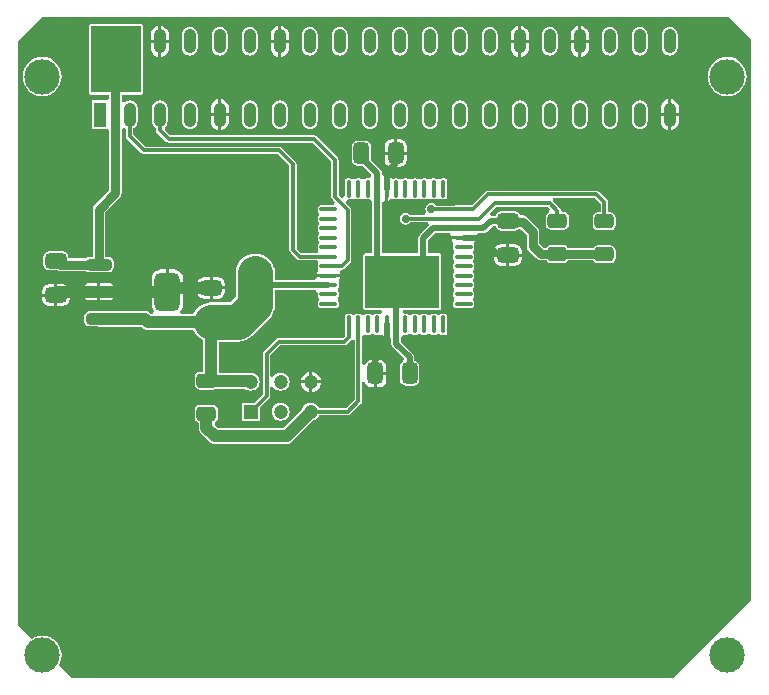
<source format=gtl>
G04*
G04 #@! TF.GenerationSoftware,Altium Limited,Altium Designer,18.0.12 (696)*
G04*
G04 Layer_Physical_Order=1*
G04 Layer_Color=255*
%FSAX25Y25*%
%MOIN*%
G70*
G01*
G75*
G04:AMPARAMS|DCode=37|XSize=37.4mil|YSize=84.65mil|CornerRadius=9.35mil|HoleSize=0mil|Usage=FLASHONLY|Rotation=90.000|XOffset=0mil|YOffset=0mil|HoleType=Round|Shape=RoundedRectangle|*
%AMROUNDEDRECTD37*
21,1,0.03740,0.06594,0,0,90.0*
21,1,0.01870,0.08465,0,0,90.0*
1,1,0.01870,0.03297,0.00935*
1,1,0.01870,0.03297,-0.00935*
1,1,0.01870,-0.03297,-0.00935*
1,1,0.01870,-0.03297,0.00935*
%
%ADD37ROUNDEDRECTD37*%
G04:AMPARAMS|DCode=38|XSize=127.95mil|YSize=84.65mil|CornerRadius=21.16mil|HoleSize=0mil|Usage=FLASHONLY|Rotation=90.000|XOffset=0mil|YOffset=0mil|HoleType=Round|Shape=RoundedRectangle|*
%AMROUNDEDRECTD38*
21,1,0.12795,0.04232,0,0,90.0*
21,1,0.08563,0.08465,0,0,90.0*
1,1,0.04232,0.02116,0.04282*
1,1,0.04232,0.02116,-0.04282*
1,1,0.04232,-0.02116,-0.04282*
1,1,0.04232,-0.02116,0.04282*
%
%ADD38ROUNDEDRECTD38*%
G04:AMPARAMS|DCode=39|XSize=70.87mil|YSize=51.18mil|CornerRadius=12.8mil|HoleSize=0mil|Usage=FLASHONLY|Rotation=270.000|XOffset=0mil|YOffset=0mil|HoleType=Round|Shape=RoundedRectangle|*
%AMROUNDEDRECTD39*
21,1,0.07087,0.02559,0,0,270.0*
21,1,0.04528,0.05118,0,0,270.0*
1,1,0.02559,-0.01280,-0.02264*
1,1,0.02559,-0.01280,0.02264*
1,1,0.02559,0.01280,0.02264*
1,1,0.02559,0.01280,-0.02264*
%
%ADD39ROUNDEDRECTD39*%
G04:AMPARAMS|DCode=40|XSize=15.75mil|YSize=58mil|CornerRadius=3.94mil|HoleSize=0mil|Usage=FLASHONLY|Rotation=90.000|XOffset=0mil|YOffset=0mil|HoleType=Round|Shape=RoundedRectangle|*
%AMROUNDEDRECTD40*
21,1,0.01575,0.05013,0,0,90.0*
21,1,0.00787,0.05800,0,0,90.0*
1,1,0.00787,0.02506,0.00394*
1,1,0.00787,0.02506,-0.00394*
1,1,0.00787,-0.02506,-0.00394*
1,1,0.00787,-0.02506,0.00394*
%
%ADD40ROUNDEDRECTD40*%
G04:AMPARAMS|DCode=41|XSize=15.75mil|YSize=58mil|CornerRadius=3.94mil|HoleSize=0mil|Usage=FLASHONLY|Rotation=0.000|XOffset=0mil|YOffset=0mil|HoleType=Round|Shape=RoundedRectangle|*
%AMROUNDEDRECTD41*
21,1,0.01575,0.05013,0,0,0.0*
21,1,0.00787,0.05800,0,0,0.0*
1,1,0.00787,0.00394,-0.02506*
1,1,0.00787,-0.00394,-0.02506*
1,1,0.00787,-0.00394,0.02506*
1,1,0.00787,0.00394,0.02506*
%
%ADD41ROUNDEDRECTD41*%
G04:AMPARAMS|DCode=42|XSize=64.96mil|YSize=47.24mil|CornerRadius=11.81mil|HoleSize=0mil|Usage=FLASHONLY|Rotation=0.000|XOffset=0mil|YOffset=0mil|HoleType=Round|Shape=RoundedRectangle|*
%AMROUNDEDRECTD42*
21,1,0.06496,0.02362,0,0,0.0*
21,1,0.04134,0.04724,0,0,0.0*
1,1,0.02362,0.02067,-0.01181*
1,1,0.02362,-0.02067,-0.01181*
1,1,0.02362,-0.02067,0.01181*
1,1,0.02362,0.02067,0.01181*
%
%ADD42ROUNDEDRECTD42*%
G04:AMPARAMS|DCode=43|XSize=70.87mil|YSize=51.18mil|CornerRadius=12.8mil|HoleSize=0mil|Usage=FLASHONLY|Rotation=0.000|XOffset=0mil|YOffset=0mil|HoleType=Round|Shape=RoundedRectangle|*
%AMROUNDEDRECTD43*
21,1,0.07087,0.02559,0,0,0.0*
21,1,0.04528,0.05118,0,0,0.0*
1,1,0.02559,0.02264,-0.01280*
1,1,0.02559,-0.02264,-0.01280*
1,1,0.02559,-0.02264,0.01280*
1,1,0.02559,0.02264,0.01280*
%
%ADD43ROUNDEDRECTD43*%
%ADD44O,0.04016X0.08268*%
%ADD45R,0.04016X0.08268*%
%ADD46C,0.03937*%
%ADD47C,0.02953*%
%ADD48C,0.01181*%
%ADD49C,0.01968*%
%ADD50C,0.11811*%
%ADD51R,0.24749X0.17656*%
%ADD52R,0.16500X0.22400*%
%ADD53C,0.04724*%
%ADD54R,0.04724X0.04724*%
%ADD55C,0.11811*%
%ADD56C,0.02756*%
G36*
X0263800Y0222274D02*
Y0035000D01*
X0237800Y0009000D01*
X0037500D01*
X0033193Y0013307D01*
X0033680Y0014216D01*
X0034051Y0015442D01*
X0034177Y0016717D01*
X0034051Y0017993D01*
X0033680Y0019219D01*
X0033075Y0020349D01*
X0032263Y0021340D01*
X0031272Y0022153D01*
X0030142Y0022757D01*
X0028916Y0023129D01*
X0027640Y0023254D01*
X0026365Y0023129D01*
X0025139Y0022757D01*
X0024229Y0022271D01*
X0019700Y0026800D01*
Y0221600D01*
X0027700Y0229600D01*
X0256474D01*
X0263800Y0222274D01*
D02*
G37*
%LPC*%
G36*
X0107353Y0226437D02*
Y0221843D01*
X0109887D01*
Y0223469D01*
X0109783Y0224254D01*
X0109480Y0224986D01*
X0108998Y0225615D01*
X0108370Y0226097D01*
X0107638Y0226400D01*
X0107353Y0226437D01*
D02*
G37*
G36*
X0067353D02*
Y0221843D01*
X0069887D01*
Y0223469D01*
X0069783Y0224254D01*
X0069480Y0224986D01*
X0068998Y0225615D01*
X0068370Y0226097D01*
X0067638Y0226400D01*
X0067353Y0226437D01*
D02*
G37*
G36*
X0207353D02*
Y0221843D01*
X0209887D01*
Y0223469D01*
X0209783Y0224254D01*
X0209480Y0224986D01*
X0208998Y0225615D01*
X0208370Y0226097D01*
X0207638Y0226400D01*
X0207353Y0226437D01*
D02*
G37*
G36*
X0187353D02*
Y0221843D01*
X0189887D01*
Y0223469D01*
X0189783Y0224254D01*
X0189480Y0224986D01*
X0188998Y0225615D01*
X0188370Y0226097D01*
X0187638Y0226400D01*
X0187353Y0226437D01*
D02*
G37*
G36*
X0106353D02*
X0106068Y0226400D01*
X0105336Y0226097D01*
X0104708Y0225615D01*
X0104225Y0224986D01*
X0103922Y0224254D01*
X0103819Y0223469D01*
Y0221843D01*
X0106353D01*
Y0226437D01*
D02*
G37*
G36*
X0066353D02*
X0066068Y0226400D01*
X0065336Y0226097D01*
X0064707Y0225615D01*
X0064225Y0224986D01*
X0063922Y0224254D01*
X0063819Y0223469D01*
Y0221843D01*
X0066353D01*
Y0226437D01*
D02*
G37*
G36*
X0186353D02*
X0186068Y0226400D01*
X0185336Y0226097D01*
X0184707Y0225615D01*
X0184225Y0224986D01*
X0183922Y0224254D01*
X0183819Y0223469D01*
Y0221843D01*
X0186353D01*
Y0226437D01*
D02*
G37*
G36*
X0206353D02*
X0206067Y0226400D01*
X0205336Y0226097D01*
X0204708Y0225615D01*
X0204225Y0224986D01*
X0203922Y0224254D01*
X0203819Y0223469D01*
Y0221843D01*
X0206353D01*
Y0226437D01*
D02*
G37*
G36*
X0236853Y0226100D02*
X0236172Y0226010D01*
X0235538Y0225747D01*
X0234993Y0225329D01*
X0234575Y0224784D01*
X0234312Y0224150D01*
X0234222Y0223469D01*
Y0219217D01*
X0234312Y0218536D01*
X0234575Y0217902D01*
X0234993Y0217357D01*
X0235538Y0216939D01*
X0236172Y0216677D01*
X0236853Y0216587D01*
X0237534Y0216677D01*
X0238168Y0216939D01*
X0238713Y0217357D01*
X0239131Y0217902D01*
X0239393Y0218536D01*
X0239483Y0219217D01*
Y0223469D01*
X0239393Y0224150D01*
X0239131Y0224784D01*
X0238713Y0225329D01*
X0238168Y0225747D01*
X0237534Y0226010D01*
X0236853Y0226100D01*
D02*
G37*
G36*
X0226853D02*
X0226172Y0226010D01*
X0225538Y0225747D01*
X0224993Y0225329D01*
X0224575Y0224784D01*
X0224312Y0224150D01*
X0224222Y0223469D01*
Y0219217D01*
X0224312Y0218536D01*
X0224575Y0217902D01*
X0224993Y0217357D01*
X0225538Y0216939D01*
X0226172Y0216677D01*
X0226853Y0216587D01*
X0227534Y0216677D01*
X0228168Y0216939D01*
X0228713Y0217357D01*
X0229131Y0217902D01*
X0229394Y0218536D01*
X0229483Y0219217D01*
Y0223469D01*
X0229394Y0224150D01*
X0229131Y0224784D01*
X0228713Y0225329D01*
X0228168Y0225747D01*
X0227534Y0226010D01*
X0226853Y0226100D01*
D02*
G37*
G36*
X0216853D02*
X0216172Y0226010D01*
X0215538Y0225747D01*
X0214993Y0225329D01*
X0214575Y0224784D01*
X0214312Y0224150D01*
X0214222Y0223469D01*
Y0219217D01*
X0214312Y0218536D01*
X0214575Y0217902D01*
X0214993Y0217357D01*
X0215538Y0216939D01*
X0216172Y0216677D01*
X0216853Y0216587D01*
X0217534Y0216677D01*
X0218168Y0216939D01*
X0218713Y0217357D01*
X0219131Y0217902D01*
X0219393Y0218536D01*
X0219483Y0219217D01*
Y0223469D01*
X0219393Y0224150D01*
X0219131Y0224784D01*
X0218713Y0225329D01*
X0218168Y0225747D01*
X0217534Y0226010D01*
X0216853Y0226100D01*
D02*
G37*
G36*
X0196853D02*
X0196172Y0226010D01*
X0195538Y0225747D01*
X0194993Y0225329D01*
X0194575Y0224784D01*
X0194312Y0224150D01*
X0194222Y0223469D01*
Y0219217D01*
X0194312Y0218536D01*
X0194575Y0217902D01*
X0194993Y0217357D01*
X0195538Y0216939D01*
X0196172Y0216677D01*
X0196853Y0216587D01*
X0197534Y0216677D01*
X0198168Y0216939D01*
X0198713Y0217357D01*
X0199131Y0217902D01*
X0199393Y0218536D01*
X0199483Y0219217D01*
Y0223469D01*
X0199393Y0224150D01*
X0199131Y0224784D01*
X0198713Y0225329D01*
X0198168Y0225747D01*
X0197534Y0226010D01*
X0196853Y0226100D01*
D02*
G37*
G36*
X0176853D02*
X0176172Y0226010D01*
X0175538Y0225747D01*
X0174993Y0225329D01*
X0174575Y0224784D01*
X0174312Y0224150D01*
X0174222Y0223469D01*
Y0219217D01*
X0174312Y0218536D01*
X0174575Y0217902D01*
X0174993Y0217357D01*
X0175538Y0216939D01*
X0176172Y0216677D01*
X0176853Y0216587D01*
X0177533Y0216677D01*
X0178168Y0216939D01*
X0178713Y0217357D01*
X0179131Y0217902D01*
X0179393Y0218536D01*
X0179483Y0219217D01*
Y0223469D01*
X0179393Y0224150D01*
X0179131Y0224784D01*
X0178713Y0225329D01*
X0178168Y0225747D01*
X0177533Y0226010D01*
X0176853Y0226100D01*
D02*
G37*
G36*
X0166853D02*
X0166172Y0226010D01*
X0165538Y0225747D01*
X0164993Y0225329D01*
X0164575Y0224784D01*
X0164312Y0224150D01*
X0164222Y0223469D01*
Y0219217D01*
X0164312Y0218536D01*
X0164575Y0217902D01*
X0164993Y0217357D01*
X0165538Y0216939D01*
X0166172Y0216677D01*
X0166853Y0216587D01*
X0167534Y0216677D01*
X0168168Y0216939D01*
X0168713Y0217357D01*
X0169131Y0217902D01*
X0169394Y0218536D01*
X0169483Y0219217D01*
Y0223469D01*
X0169394Y0224150D01*
X0169131Y0224784D01*
X0168713Y0225329D01*
X0168168Y0225747D01*
X0167534Y0226010D01*
X0166853Y0226100D01*
D02*
G37*
G36*
X0156853D02*
X0156172Y0226010D01*
X0155538Y0225747D01*
X0154993Y0225329D01*
X0154575Y0224784D01*
X0154312Y0224150D01*
X0154222Y0223469D01*
Y0219217D01*
X0154312Y0218536D01*
X0154575Y0217902D01*
X0154993Y0217357D01*
X0155538Y0216939D01*
X0156172Y0216677D01*
X0156853Y0216587D01*
X0157534Y0216677D01*
X0158168Y0216939D01*
X0158713Y0217357D01*
X0159131Y0217902D01*
X0159394Y0218536D01*
X0159483Y0219217D01*
Y0223469D01*
X0159394Y0224150D01*
X0159131Y0224784D01*
X0158713Y0225329D01*
X0158168Y0225747D01*
X0157534Y0226010D01*
X0156853Y0226100D01*
D02*
G37*
G36*
X0146853D02*
X0146172Y0226010D01*
X0145538Y0225747D01*
X0144993Y0225329D01*
X0144575Y0224784D01*
X0144312Y0224150D01*
X0144222Y0223469D01*
Y0219217D01*
X0144312Y0218536D01*
X0144575Y0217902D01*
X0144993Y0217357D01*
X0145538Y0216939D01*
X0146172Y0216677D01*
X0146853Y0216587D01*
X0147534Y0216677D01*
X0148168Y0216939D01*
X0148713Y0217357D01*
X0149131Y0217902D01*
X0149393Y0218536D01*
X0149483Y0219217D01*
Y0223469D01*
X0149393Y0224150D01*
X0149131Y0224784D01*
X0148713Y0225329D01*
X0148168Y0225747D01*
X0147534Y0226010D01*
X0146853Y0226100D01*
D02*
G37*
G36*
X0136853D02*
X0136172Y0226010D01*
X0135538Y0225747D01*
X0134993Y0225329D01*
X0134575Y0224784D01*
X0134312Y0224150D01*
X0134222Y0223469D01*
Y0219217D01*
X0134312Y0218536D01*
X0134575Y0217902D01*
X0134993Y0217357D01*
X0135538Y0216939D01*
X0136172Y0216677D01*
X0136853Y0216587D01*
X0137533Y0216677D01*
X0138168Y0216939D01*
X0138713Y0217357D01*
X0139131Y0217902D01*
X0139393Y0218536D01*
X0139483Y0219217D01*
Y0223469D01*
X0139393Y0224150D01*
X0139131Y0224784D01*
X0138713Y0225329D01*
X0138168Y0225747D01*
X0137533Y0226010D01*
X0136853Y0226100D01*
D02*
G37*
G36*
X0126853D02*
X0126172Y0226010D01*
X0125538Y0225747D01*
X0124993Y0225329D01*
X0124575Y0224784D01*
X0124312Y0224150D01*
X0124222Y0223469D01*
Y0219217D01*
X0124312Y0218536D01*
X0124575Y0217902D01*
X0124993Y0217357D01*
X0125538Y0216939D01*
X0126172Y0216677D01*
X0126853Y0216587D01*
X0127533Y0216677D01*
X0128168Y0216939D01*
X0128713Y0217357D01*
X0129131Y0217902D01*
X0129393Y0218536D01*
X0129483Y0219217D01*
Y0223469D01*
X0129393Y0224150D01*
X0129131Y0224784D01*
X0128713Y0225329D01*
X0128168Y0225747D01*
X0127533Y0226010D01*
X0126853Y0226100D01*
D02*
G37*
G36*
X0116853D02*
X0116172Y0226010D01*
X0115538Y0225747D01*
X0114993Y0225329D01*
X0114575Y0224784D01*
X0114312Y0224150D01*
X0114222Y0223469D01*
Y0219217D01*
X0114312Y0218536D01*
X0114575Y0217902D01*
X0114993Y0217357D01*
X0115538Y0216939D01*
X0116172Y0216677D01*
X0116853Y0216587D01*
X0117534Y0216677D01*
X0118168Y0216939D01*
X0118713Y0217357D01*
X0119131Y0217902D01*
X0119394Y0218536D01*
X0119483Y0219217D01*
Y0223469D01*
X0119394Y0224150D01*
X0119131Y0224784D01*
X0118713Y0225329D01*
X0118168Y0225747D01*
X0117534Y0226010D01*
X0116853Y0226100D01*
D02*
G37*
G36*
X0096853D02*
X0096172Y0226010D01*
X0095538Y0225747D01*
X0094993Y0225329D01*
X0094575Y0224784D01*
X0094312Y0224150D01*
X0094222Y0223469D01*
Y0219217D01*
X0094312Y0218536D01*
X0094575Y0217902D01*
X0094993Y0217357D01*
X0095538Y0216939D01*
X0096172Y0216677D01*
X0096853Y0216587D01*
X0097534Y0216677D01*
X0098168Y0216939D01*
X0098713Y0217357D01*
X0099131Y0217902D01*
X0099393Y0218536D01*
X0099483Y0219217D01*
Y0223469D01*
X0099393Y0224150D01*
X0099131Y0224784D01*
X0098713Y0225329D01*
X0098168Y0225747D01*
X0097534Y0226010D01*
X0096853Y0226100D01*
D02*
G37*
G36*
X0086853D02*
X0086172Y0226010D01*
X0085538Y0225747D01*
X0084993Y0225329D01*
X0084575Y0224784D01*
X0084312Y0224150D01*
X0084222Y0223469D01*
Y0219217D01*
X0084312Y0218536D01*
X0084575Y0217902D01*
X0084993Y0217357D01*
X0085538Y0216939D01*
X0086172Y0216677D01*
X0086853Y0216587D01*
X0087534Y0216677D01*
X0088168Y0216939D01*
X0088713Y0217357D01*
X0089131Y0217902D01*
X0089394Y0218536D01*
X0089483Y0219217D01*
Y0223469D01*
X0089394Y0224150D01*
X0089131Y0224784D01*
X0088713Y0225329D01*
X0088168Y0225747D01*
X0087534Y0226010D01*
X0086853Y0226100D01*
D02*
G37*
G36*
X0076853D02*
X0076172Y0226010D01*
X0075538Y0225747D01*
X0074993Y0225329D01*
X0074575Y0224784D01*
X0074312Y0224150D01*
X0074222Y0223469D01*
Y0219217D01*
X0074312Y0218536D01*
X0074575Y0217902D01*
X0074993Y0217357D01*
X0075538Y0216939D01*
X0076172Y0216677D01*
X0076853Y0216587D01*
X0077534Y0216677D01*
X0078168Y0216939D01*
X0078713Y0217357D01*
X0079131Y0217902D01*
X0079394Y0218536D01*
X0079483Y0219217D01*
Y0223469D01*
X0079394Y0224150D01*
X0079131Y0224784D01*
X0078713Y0225329D01*
X0078168Y0225747D01*
X0077534Y0226010D01*
X0076853Y0226100D01*
D02*
G37*
G36*
X0209887Y0220843D02*
X0207353D01*
Y0216249D01*
X0207638Y0216287D01*
X0208370Y0216590D01*
X0208998Y0217072D01*
X0209480Y0217700D01*
X0209783Y0218432D01*
X0209887Y0219217D01*
Y0220843D01*
D02*
G37*
G36*
X0189887D02*
X0187353D01*
Y0216249D01*
X0187638Y0216287D01*
X0188370Y0216590D01*
X0188998Y0217072D01*
X0189480Y0217700D01*
X0189783Y0218432D01*
X0189887Y0219217D01*
Y0220843D01*
D02*
G37*
G36*
X0109887D02*
X0107353D01*
Y0216249D01*
X0107638Y0216287D01*
X0108370Y0216590D01*
X0108998Y0217072D01*
X0109480Y0217700D01*
X0109783Y0218432D01*
X0109887Y0219217D01*
Y0220843D01*
D02*
G37*
G36*
X0069887D02*
X0067353D01*
Y0216249D01*
X0067638Y0216287D01*
X0068370Y0216590D01*
X0068998Y0217072D01*
X0069480Y0217700D01*
X0069783Y0218432D01*
X0069887Y0219217D01*
Y0220843D01*
D02*
G37*
G36*
X0066353D02*
X0063819D01*
Y0219217D01*
X0063922Y0218432D01*
X0064225Y0217700D01*
X0064707Y0217072D01*
X0065336Y0216590D01*
X0066068Y0216287D01*
X0066353Y0216249D01*
Y0220843D01*
D02*
G37*
G36*
X0186353D02*
X0183819D01*
Y0219217D01*
X0183922Y0218432D01*
X0184225Y0217700D01*
X0184707Y0217072D01*
X0185336Y0216590D01*
X0186068Y0216287D01*
X0186353Y0216249D01*
Y0220843D01*
D02*
G37*
G36*
X0106353D02*
X0103819D01*
Y0219217D01*
X0103922Y0218432D01*
X0104225Y0217700D01*
X0104708Y0217072D01*
X0105336Y0216590D01*
X0106068Y0216287D01*
X0106353Y0216249D01*
Y0220843D01*
D02*
G37*
G36*
X0206353D02*
X0203819D01*
Y0219217D01*
X0203922Y0218432D01*
X0204225Y0217700D01*
X0204708Y0217072D01*
X0205336Y0216590D01*
X0206067Y0216287D01*
X0206353Y0216249D01*
Y0220843D01*
D02*
G37*
G36*
X0255987Y0216168D02*
X0254711Y0216042D01*
X0253485Y0215670D01*
X0252355Y0215066D01*
X0251364Y0214253D01*
X0250551Y0213263D01*
X0249947Y0212132D01*
X0249575Y0210906D01*
X0249450Y0209631D01*
X0249575Y0208355D01*
X0249947Y0207129D01*
X0250551Y0205999D01*
X0251364Y0205008D01*
X0252355Y0204195D01*
X0253485Y0203591D01*
X0254711Y0203219D01*
X0255987Y0203094D01*
X0257262Y0203219D01*
X0258488Y0203591D01*
X0259618Y0204195D01*
X0260609Y0205008D01*
X0261422Y0205999D01*
X0262026Y0207129D01*
X0262398Y0208355D01*
X0262524Y0209631D01*
X0262398Y0210906D01*
X0262026Y0212132D01*
X0261422Y0213263D01*
X0260609Y0214253D01*
X0259618Y0215066D01*
X0258488Y0215670D01*
X0257262Y0216042D01*
X0255987Y0216168D01*
D02*
G37*
G36*
X0027640D02*
X0026365Y0216042D01*
X0025139Y0215670D01*
X0024008Y0215066D01*
X0023018Y0214253D01*
X0022205Y0213263D01*
X0021601Y0212132D01*
X0021229Y0210906D01*
X0021103Y0209631D01*
X0021229Y0208355D01*
X0021601Y0207129D01*
X0022205Y0205999D01*
X0023018Y0205008D01*
X0024008Y0204195D01*
X0025139Y0203591D01*
X0026365Y0203219D01*
X0027640Y0203094D01*
X0028916Y0203219D01*
X0030142Y0203591D01*
X0031272Y0204195D01*
X0032263Y0205008D01*
X0033075Y0205999D01*
X0033680Y0207129D01*
X0034051Y0208355D01*
X0034177Y0209631D01*
X0034051Y0210906D01*
X0033680Y0212132D01*
X0033075Y0213263D01*
X0032263Y0214253D01*
X0031272Y0215066D01*
X0030142Y0215670D01*
X0028916Y0216042D01*
X0027640Y0216168D01*
D02*
G37*
G36*
X0237353Y0202028D02*
Y0197434D01*
X0239887D01*
Y0199060D01*
X0239783Y0199845D01*
X0239480Y0200577D01*
X0238998Y0201205D01*
X0238370Y0201687D01*
X0237638Y0201990D01*
X0237353Y0202028D01*
D02*
G37*
G36*
X0087353D02*
Y0197434D01*
X0089887D01*
Y0199060D01*
X0089783Y0199845D01*
X0089480Y0200577D01*
X0088998Y0201205D01*
X0088370Y0201687D01*
X0087638Y0201990D01*
X0087353Y0202028D01*
D02*
G37*
G36*
X0086353D02*
X0086068Y0201990D01*
X0085336Y0201687D01*
X0084707Y0201205D01*
X0084225Y0200577D01*
X0083922Y0199845D01*
X0083819Y0199060D01*
Y0197434D01*
X0086353D01*
Y0202028D01*
D02*
G37*
G36*
X0236353D02*
X0236068Y0201990D01*
X0235336Y0201687D01*
X0234707Y0201205D01*
X0234225Y0200577D01*
X0233922Y0199845D01*
X0233819Y0199060D01*
Y0197434D01*
X0236353D01*
Y0202028D01*
D02*
G37*
G36*
X0226853Y0201690D02*
X0226172Y0201601D01*
X0225538Y0201338D01*
X0224993Y0200920D01*
X0224575Y0200375D01*
X0224312Y0199741D01*
X0224222Y0199060D01*
Y0194808D01*
X0224312Y0194127D01*
X0224575Y0193493D01*
X0224993Y0192948D01*
X0225538Y0192530D01*
X0226172Y0192267D01*
X0226853Y0192177D01*
X0227534Y0192267D01*
X0228168Y0192530D01*
X0228713Y0192948D01*
X0229131Y0193493D01*
X0229394Y0194127D01*
X0229483Y0194808D01*
Y0199060D01*
X0229394Y0199741D01*
X0229131Y0200375D01*
X0228713Y0200920D01*
X0228168Y0201338D01*
X0227534Y0201601D01*
X0226853Y0201690D01*
D02*
G37*
G36*
X0216853D02*
X0216172Y0201601D01*
X0215538Y0201338D01*
X0214993Y0200920D01*
X0214575Y0200375D01*
X0214312Y0199741D01*
X0214222Y0199060D01*
Y0194808D01*
X0214312Y0194127D01*
X0214575Y0193493D01*
X0214993Y0192948D01*
X0215538Y0192530D01*
X0216172Y0192267D01*
X0216853Y0192177D01*
X0217534Y0192267D01*
X0218168Y0192530D01*
X0218713Y0192948D01*
X0219131Y0193493D01*
X0219393Y0194127D01*
X0219483Y0194808D01*
Y0199060D01*
X0219393Y0199741D01*
X0219131Y0200375D01*
X0218713Y0200920D01*
X0218168Y0201338D01*
X0217534Y0201601D01*
X0216853Y0201690D01*
D02*
G37*
G36*
X0206853D02*
X0206172Y0201601D01*
X0205538Y0201338D01*
X0204993Y0200920D01*
X0204575Y0200375D01*
X0204312Y0199741D01*
X0204222Y0199060D01*
Y0194808D01*
X0204312Y0194127D01*
X0204575Y0193493D01*
X0204993Y0192948D01*
X0205538Y0192530D01*
X0206172Y0192267D01*
X0206853Y0192177D01*
X0207534Y0192267D01*
X0208168Y0192530D01*
X0208713Y0192948D01*
X0209131Y0193493D01*
X0209394Y0194127D01*
X0209483Y0194808D01*
Y0199060D01*
X0209394Y0199741D01*
X0209131Y0200375D01*
X0208713Y0200920D01*
X0208168Y0201338D01*
X0207534Y0201601D01*
X0206853Y0201690D01*
D02*
G37*
G36*
X0196853D02*
X0196172Y0201601D01*
X0195538Y0201338D01*
X0194993Y0200920D01*
X0194575Y0200375D01*
X0194312Y0199741D01*
X0194222Y0199060D01*
Y0194808D01*
X0194312Y0194127D01*
X0194575Y0193493D01*
X0194993Y0192948D01*
X0195538Y0192530D01*
X0196172Y0192267D01*
X0196853Y0192177D01*
X0197534Y0192267D01*
X0198168Y0192530D01*
X0198713Y0192948D01*
X0199131Y0193493D01*
X0199393Y0194127D01*
X0199483Y0194808D01*
Y0199060D01*
X0199393Y0199741D01*
X0199131Y0200375D01*
X0198713Y0200920D01*
X0198168Y0201338D01*
X0197534Y0201601D01*
X0196853Y0201690D01*
D02*
G37*
G36*
X0186853D02*
X0186172Y0201601D01*
X0185538Y0201338D01*
X0184993Y0200920D01*
X0184575Y0200375D01*
X0184312Y0199741D01*
X0184222Y0199060D01*
Y0194808D01*
X0184312Y0194127D01*
X0184575Y0193493D01*
X0184993Y0192948D01*
X0185538Y0192530D01*
X0186172Y0192267D01*
X0186853Y0192177D01*
X0187533Y0192267D01*
X0188168Y0192530D01*
X0188713Y0192948D01*
X0189131Y0193493D01*
X0189393Y0194127D01*
X0189483Y0194808D01*
Y0199060D01*
X0189393Y0199741D01*
X0189131Y0200375D01*
X0188713Y0200920D01*
X0188168Y0201338D01*
X0187533Y0201601D01*
X0186853Y0201690D01*
D02*
G37*
G36*
X0176853D02*
X0176172Y0201601D01*
X0175538Y0201338D01*
X0174993Y0200920D01*
X0174575Y0200375D01*
X0174312Y0199741D01*
X0174222Y0199060D01*
Y0194808D01*
X0174312Y0194127D01*
X0174575Y0193493D01*
X0174993Y0192948D01*
X0175538Y0192530D01*
X0176172Y0192267D01*
X0176853Y0192177D01*
X0177533Y0192267D01*
X0178168Y0192530D01*
X0178713Y0192948D01*
X0179131Y0193493D01*
X0179393Y0194127D01*
X0179483Y0194808D01*
Y0199060D01*
X0179393Y0199741D01*
X0179131Y0200375D01*
X0178713Y0200920D01*
X0178168Y0201338D01*
X0177533Y0201601D01*
X0176853Y0201690D01*
D02*
G37*
G36*
X0166853D02*
X0166172Y0201601D01*
X0165538Y0201338D01*
X0164993Y0200920D01*
X0164575Y0200375D01*
X0164312Y0199741D01*
X0164222Y0199060D01*
Y0194808D01*
X0164312Y0194127D01*
X0164575Y0193493D01*
X0164993Y0192948D01*
X0165538Y0192530D01*
X0166172Y0192267D01*
X0166853Y0192177D01*
X0167534Y0192267D01*
X0168168Y0192530D01*
X0168713Y0192948D01*
X0169131Y0193493D01*
X0169394Y0194127D01*
X0169483Y0194808D01*
Y0199060D01*
X0169394Y0199741D01*
X0169131Y0200375D01*
X0168713Y0200920D01*
X0168168Y0201338D01*
X0167534Y0201601D01*
X0166853Y0201690D01*
D02*
G37*
G36*
X0156853D02*
X0156172Y0201601D01*
X0155538Y0201338D01*
X0154993Y0200920D01*
X0154575Y0200375D01*
X0154312Y0199741D01*
X0154222Y0199060D01*
Y0194808D01*
X0154312Y0194127D01*
X0154575Y0193493D01*
X0154993Y0192948D01*
X0155538Y0192530D01*
X0156172Y0192267D01*
X0156853Y0192177D01*
X0157534Y0192267D01*
X0158168Y0192530D01*
X0158713Y0192948D01*
X0159131Y0193493D01*
X0159394Y0194127D01*
X0159483Y0194808D01*
Y0199060D01*
X0159394Y0199741D01*
X0159131Y0200375D01*
X0158713Y0200920D01*
X0158168Y0201338D01*
X0157534Y0201601D01*
X0156853Y0201690D01*
D02*
G37*
G36*
X0146853D02*
X0146172Y0201601D01*
X0145538Y0201338D01*
X0144993Y0200920D01*
X0144575Y0200375D01*
X0144312Y0199741D01*
X0144222Y0199060D01*
Y0194808D01*
X0144312Y0194127D01*
X0144575Y0193493D01*
X0144993Y0192948D01*
X0145538Y0192530D01*
X0146172Y0192267D01*
X0146853Y0192177D01*
X0147534Y0192267D01*
X0148168Y0192530D01*
X0148713Y0192948D01*
X0149131Y0193493D01*
X0149393Y0194127D01*
X0149483Y0194808D01*
Y0199060D01*
X0149393Y0199741D01*
X0149131Y0200375D01*
X0148713Y0200920D01*
X0148168Y0201338D01*
X0147534Y0201601D01*
X0146853Y0201690D01*
D02*
G37*
G36*
X0136853D02*
X0136172Y0201601D01*
X0135538Y0201338D01*
X0134993Y0200920D01*
X0134575Y0200375D01*
X0134312Y0199741D01*
X0134222Y0199060D01*
Y0194808D01*
X0134312Y0194127D01*
X0134575Y0193493D01*
X0134993Y0192948D01*
X0135538Y0192530D01*
X0136172Y0192267D01*
X0136853Y0192177D01*
X0137533Y0192267D01*
X0138168Y0192530D01*
X0138713Y0192948D01*
X0139131Y0193493D01*
X0139393Y0194127D01*
X0139483Y0194808D01*
Y0199060D01*
X0139393Y0199741D01*
X0139131Y0200375D01*
X0138713Y0200920D01*
X0138168Y0201338D01*
X0137533Y0201601D01*
X0136853Y0201690D01*
D02*
G37*
G36*
X0126853D02*
X0126172Y0201601D01*
X0125538Y0201338D01*
X0124993Y0200920D01*
X0124575Y0200375D01*
X0124312Y0199741D01*
X0124222Y0199060D01*
Y0194808D01*
X0124312Y0194127D01*
X0124575Y0193493D01*
X0124993Y0192948D01*
X0125538Y0192530D01*
X0126172Y0192267D01*
X0126853Y0192177D01*
X0127533Y0192267D01*
X0128168Y0192530D01*
X0128713Y0192948D01*
X0129131Y0193493D01*
X0129393Y0194127D01*
X0129483Y0194808D01*
Y0199060D01*
X0129393Y0199741D01*
X0129131Y0200375D01*
X0128713Y0200920D01*
X0128168Y0201338D01*
X0127533Y0201601D01*
X0126853Y0201690D01*
D02*
G37*
G36*
X0116853D02*
X0116172Y0201601D01*
X0115538Y0201338D01*
X0114993Y0200920D01*
X0114575Y0200375D01*
X0114312Y0199741D01*
X0114222Y0199060D01*
Y0194808D01*
X0114312Y0194127D01*
X0114575Y0193493D01*
X0114993Y0192948D01*
X0115538Y0192530D01*
X0116172Y0192267D01*
X0116853Y0192177D01*
X0117534Y0192267D01*
X0118168Y0192530D01*
X0118713Y0192948D01*
X0119131Y0193493D01*
X0119394Y0194127D01*
X0119483Y0194808D01*
Y0199060D01*
X0119394Y0199741D01*
X0119131Y0200375D01*
X0118713Y0200920D01*
X0118168Y0201338D01*
X0117534Y0201601D01*
X0116853Y0201690D01*
D02*
G37*
G36*
X0106853D02*
X0106172Y0201601D01*
X0105538Y0201338D01*
X0104993Y0200920D01*
X0104575Y0200375D01*
X0104312Y0199741D01*
X0104222Y0199060D01*
Y0194808D01*
X0104312Y0194127D01*
X0104575Y0193493D01*
X0104993Y0192948D01*
X0105538Y0192530D01*
X0106172Y0192267D01*
X0106853Y0192177D01*
X0107534Y0192267D01*
X0108168Y0192530D01*
X0108713Y0192948D01*
X0109131Y0193493D01*
X0109394Y0194127D01*
X0109483Y0194808D01*
Y0199060D01*
X0109394Y0199741D01*
X0109131Y0200375D01*
X0108713Y0200920D01*
X0108168Y0201338D01*
X0107534Y0201601D01*
X0106853Y0201690D01*
D02*
G37*
G36*
X0096853D02*
X0096172Y0201601D01*
X0095538Y0201338D01*
X0094993Y0200920D01*
X0094575Y0200375D01*
X0094312Y0199741D01*
X0094222Y0199060D01*
Y0194808D01*
X0094312Y0194127D01*
X0094575Y0193493D01*
X0094993Y0192948D01*
X0095538Y0192530D01*
X0096172Y0192267D01*
X0096853Y0192177D01*
X0097534Y0192267D01*
X0098168Y0192530D01*
X0098713Y0192948D01*
X0099131Y0193493D01*
X0099393Y0194127D01*
X0099483Y0194808D01*
Y0199060D01*
X0099393Y0199741D01*
X0099131Y0200375D01*
X0098713Y0200920D01*
X0098168Y0201338D01*
X0097534Y0201601D01*
X0096853Y0201690D01*
D02*
G37*
G36*
X0076853D02*
X0076172Y0201601D01*
X0075538Y0201338D01*
X0074993Y0200920D01*
X0074575Y0200375D01*
X0074312Y0199741D01*
X0074222Y0199060D01*
Y0194808D01*
X0074312Y0194127D01*
X0074575Y0193493D01*
X0074993Y0192948D01*
X0075538Y0192530D01*
X0076172Y0192267D01*
X0076853Y0192177D01*
X0077534Y0192267D01*
X0078168Y0192530D01*
X0078713Y0192948D01*
X0079131Y0193493D01*
X0079394Y0194127D01*
X0079483Y0194808D01*
Y0199060D01*
X0079394Y0199741D01*
X0079131Y0200375D01*
X0078713Y0200920D01*
X0078168Y0201338D01*
X0077534Y0201601D01*
X0076853Y0201690D01*
D02*
G37*
G36*
X0089887Y0196434D02*
X0087353D01*
Y0191840D01*
X0087638Y0191877D01*
X0088370Y0192181D01*
X0088998Y0192663D01*
X0089480Y0193291D01*
X0089783Y0194023D01*
X0089887Y0194808D01*
Y0196434D01*
D02*
G37*
G36*
X0239887D02*
X0237353D01*
Y0191840D01*
X0237638Y0191877D01*
X0238370Y0192181D01*
X0238998Y0192663D01*
X0239480Y0193291D01*
X0239783Y0194023D01*
X0239887Y0194808D01*
Y0196434D01*
D02*
G37*
G36*
X0236353D02*
X0233819D01*
Y0194808D01*
X0233922Y0194023D01*
X0234225Y0193291D01*
X0234707Y0192663D01*
X0235336Y0192181D01*
X0236068Y0191877D01*
X0236353Y0191840D01*
Y0196434D01*
D02*
G37*
G36*
X0086353D02*
X0083819D01*
Y0194808D01*
X0083922Y0194023D01*
X0084225Y0193291D01*
X0084707Y0192663D01*
X0085336Y0192181D01*
X0086068Y0191877D01*
X0086353Y0191840D01*
Y0196434D01*
D02*
G37*
G36*
X0146788Y0188688D02*
X0146009D01*
Y0184600D01*
X0149112D01*
Y0186364D01*
X0148935Y0187253D01*
X0148432Y0188007D01*
X0147678Y0188511D01*
X0146788Y0188688D01*
D02*
G37*
G36*
X0145009D02*
X0144229D01*
X0143340Y0188511D01*
X0142586Y0188007D01*
X0142082Y0187253D01*
X0141905Y0186364D01*
Y0184600D01*
X0145009D01*
Y0188688D01*
D02*
G37*
G36*
X0149112Y0183600D02*
X0146009D01*
Y0179512D01*
X0146788D01*
X0147678Y0179689D01*
X0148432Y0180193D01*
X0148935Y0180947D01*
X0149112Y0181836D01*
Y0183600D01*
D02*
G37*
G36*
X0145009D02*
X0141905D01*
Y0181836D01*
X0142082Y0180947D01*
X0142586Y0180193D01*
X0143340Y0179689D01*
X0144229Y0179512D01*
X0145009D01*
Y0183600D01*
D02*
G37*
G36*
X0142950Y0176106D02*
Y0172200D01*
Y0168294D01*
X0143388Y0168381D01*
X0143849Y0168689D01*
X0144819Y0168758D01*
X0145206Y0168681D01*
X0145994D01*
X0146381Y0168758D01*
X0146563Y0168879D01*
X0146760Y0168977D01*
X0147589D01*
X0147787Y0168879D01*
X0147968Y0168758D01*
X0148356Y0168681D01*
X0149143D01*
X0149531Y0168758D01*
X0149712Y0168879D01*
X0149910Y0168977D01*
X0150739D01*
X0150936Y0168879D01*
X0151118Y0168758D01*
X0151505Y0168681D01*
X0152293D01*
X0152681Y0168758D01*
X0152862Y0168879D01*
X0153059Y0168977D01*
X0153888D01*
X0154086Y0168879D01*
X0154267Y0168758D01*
X0154655Y0168681D01*
X0155443D01*
X0155830Y0168758D01*
X0156012Y0168879D01*
X0156209Y0168977D01*
X0157038D01*
X0157236Y0168879D01*
X0157417Y0168758D01*
X0157805Y0168681D01*
X0158592D01*
X0158980Y0168758D01*
X0159161Y0168879D01*
X0159359Y0168977D01*
X0160188D01*
X0160385Y0168879D01*
X0160567Y0168758D01*
X0160954Y0168681D01*
X0161742D01*
X0162129Y0168758D01*
X0162458Y0168977D01*
X0162678Y0169306D01*
X0162755Y0169694D01*
Y0174706D01*
X0162678Y0175094D01*
X0162458Y0175423D01*
X0162129Y0175642D01*
X0161742Y0175719D01*
X0160954D01*
X0160567Y0175642D01*
X0160385Y0175521D01*
X0160188Y0175423D01*
X0159359D01*
X0159161Y0175521D01*
X0158980Y0175642D01*
X0158592Y0175719D01*
X0157805D01*
X0157417Y0175642D01*
X0157236Y0175521D01*
X0157038Y0175423D01*
X0156209D01*
X0156012Y0175521D01*
X0155830Y0175642D01*
X0155443Y0175719D01*
X0154655D01*
X0154267Y0175642D01*
X0154086Y0175521D01*
X0153888Y0175423D01*
X0153059D01*
X0152862Y0175521D01*
X0152681Y0175642D01*
X0152293Y0175719D01*
X0151505D01*
X0151118Y0175642D01*
X0150936Y0175521D01*
X0150739Y0175423D01*
X0149910D01*
X0149712Y0175521D01*
X0149531Y0175642D01*
X0149143Y0175719D01*
X0148356D01*
X0147968Y0175642D01*
X0147787Y0175521D01*
X0147589Y0175423D01*
X0146760D01*
X0146563Y0175521D01*
X0146381Y0175642D01*
X0145994Y0175719D01*
X0145206D01*
X0144819Y0175642D01*
X0143849Y0175711D01*
X0143388Y0176019D01*
X0142950Y0176106D01*
D02*
G37*
G36*
X0060500Y0227249D02*
X0044000D01*
X0043541Y0227059D01*
X0043351Y0226600D01*
Y0204200D01*
X0043541Y0203741D01*
X0044000Y0203551D01*
X0049883D01*
Y0202493D01*
X0049461Y0201668D01*
X0048883Y0201668D01*
X0044245D01*
Y0192200D01*
X0048883D01*
X0049461Y0192200D01*
X0049883Y0191375D01*
Y0171577D01*
X0045086Y0166780D01*
X0044627Y0166093D01*
X0044466Y0165283D01*
Y0149455D01*
X0043285D01*
X0042687Y0149336D01*
X0042292Y0149072D01*
X0036380D01*
Y0149488D01*
X0036234Y0150222D01*
X0035819Y0150843D01*
X0035197Y0151259D01*
X0034464Y0151405D01*
X0029936D01*
X0029203Y0151259D01*
X0028581Y0150843D01*
X0028166Y0150222D01*
X0028020Y0149488D01*
Y0146929D01*
X0028166Y0146196D01*
X0028581Y0145574D01*
X0029203Y0145159D01*
X0029936Y0145013D01*
X0032623D01*
X0032643Y0144999D01*
X0033454Y0144838D01*
X0042292D01*
X0042687Y0144574D01*
X0043285Y0144455D01*
X0049880D01*
X0050479Y0144574D01*
X0050987Y0144913D01*
X0051326Y0145421D01*
X0051445Y0146020D01*
Y0147890D01*
X0051326Y0148489D01*
X0050987Y0148997D01*
X0050479Y0149336D01*
X0049880Y0149455D01*
X0048700D01*
Y0164406D01*
X0053497Y0169203D01*
X0053956Y0169890D01*
X0054117Y0170700D01*
X0054117Y0170700D01*
Y0192024D01*
X0055091Y0192509D01*
X0055639Y0192090D01*
Y0189747D01*
X0055639Y0189747D01*
X0055731Y0189283D01*
X0055994Y0188889D01*
X0060742Y0184142D01*
X0060742Y0184142D01*
X0061136Y0183879D01*
X0061600Y0183786D01*
X0061600Y0183786D01*
X0106197D01*
X0110086Y0179897D01*
Y0151798D01*
X0110086Y0151798D01*
X0110178Y0151334D01*
X0110442Y0150940D01*
X0112640Y0148742D01*
X0113034Y0148478D01*
X0113498Y0148386D01*
X0113498Y0148386D01*
X0119218D01*
X0119462Y0148026D01*
X0119661Y0147386D01*
X0119558Y0147232D01*
X0119481Y0146844D01*
Y0146057D01*
X0119558Y0145669D01*
X0119489Y0144699D01*
X0119181Y0144238D01*
X0119094Y0143801D01*
X0123000D01*
X0126906D01*
X0126819Y0144238D01*
X0127355Y0145237D01*
X0127600D01*
X0127600Y0145237D01*
X0128065Y0145329D01*
X0128458Y0145592D01*
X0130358Y0147492D01*
X0130358Y0147492D01*
X0130622Y0147886D01*
X0130714Y0148350D01*
X0130714Y0148350D01*
Y0165300D01*
X0130714Y0165300D01*
X0130622Y0165764D01*
X0130358Y0166158D01*
X0130358Y0166158D01*
X0129004Y0167513D01*
X0129032Y0167746D01*
X0129458Y0168681D01*
X0130246D01*
X0130633Y0168758D01*
X0130815Y0168879D01*
X0131012Y0168977D01*
X0131841D01*
X0132039Y0168879D01*
X0132220Y0168758D01*
X0132608Y0168681D01*
X0133395D01*
X0133783Y0168758D01*
X0133964Y0168879D01*
X0134162Y0168977D01*
X0134991D01*
X0135188Y0168879D01*
X0135370Y0168758D01*
X0135758Y0168681D01*
X0136545D01*
X0136686Y0168709D01*
X0137438Y0168288D01*
X0137686Y0168058D01*
Y0150705D01*
X0135251D01*
X0134792Y0150515D01*
X0134602Y0150056D01*
Y0132400D01*
X0134792Y0131941D01*
X0135251Y0131751D01*
X0140438D01*
X0140843Y0131121D01*
X0140479Y0130471D01*
X0140082Y0130442D01*
X0139694Y0130519D01*
X0138907D01*
X0138519Y0130442D01*
X0138338Y0130321D01*
X0138140Y0130223D01*
X0137311D01*
X0137114Y0130321D01*
X0136933Y0130442D01*
X0136545Y0130519D01*
X0135758D01*
X0135370Y0130442D01*
X0135188Y0130321D01*
X0134991Y0130223D01*
X0134162D01*
X0133964Y0130321D01*
X0133783Y0130442D01*
X0133395Y0130519D01*
X0132608D01*
X0132220Y0130442D01*
X0132039Y0130321D01*
X0131841Y0130223D01*
X0131012D01*
X0130815Y0130321D01*
X0130633Y0130442D01*
X0130246Y0130519D01*
X0129458D01*
X0129071Y0130442D01*
X0128742Y0130223D01*
X0128522Y0129894D01*
X0128445Y0129506D01*
Y0124494D01*
X0128522Y0124106D01*
X0128638Y0123933D01*
Y0123255D01*
X0127897Y0122514D01*
X0106600D01*
X0106600Y0122514D01*
X0106135Y0122422D01*
X0105742Y0122158D01*
X0105742Y0122158D01*
X0101642Y0118058D01*
X0101379Y0117665D01*
X0101286Y0117200D01*
X0101286Y0117200D01*
Y0103703D01*
X0098445Y0100862D01*
X0094238D01*
Y0094938D01*
X0100162D01*
Y0099146D01*
X0103358Y0102342D01*
X0103358Y0102342D01*
X0103621Y0102735D01*
X0103714Y0103200D01*
Y0105998D01*
X0104233Y0106234D01*
X0104714Y0106274D01*
X0105087Y0105787D01*
X0105706Y0105313D01*
X0106427Y0105014D01*
X0107200Y0104912D01*
X0107973Y0105014D01*
X0108694Y0105313D01*
X0109313Y0105787D01*
X0109787Y0106406D01*
X0110086Y0107127D01*
X0110188Y0107900D01*
X0110086Y0108673D01*
X0109787Y0109394D01*
X0109313Y0110013D01*
X0108694Y0110487D01*
X0107973Y0110786D01*
X0107200Y0110888D01*
X0106427Y0110786D01*
X0105706Y0110487D01*
X0105087Y0110013D01*
X0104714Y0109526D01*
X0104233Y0109566D01*
X0103714Y0109802D01*
Y0116697D01*
X0107103Y0120086D01*
X0128400D01*
X0128400Y0120086D01*
X0128865Y0120178D01*
X0129258Y0120442D01*
X0130710Y0121894D01*
X0130710Y0121894D01*
X0130788Y0122010D01*
X0131788Y0121706D01*
Y0101904D01*
X0128997Y0099114D01*
X0119904D01*
X0119788Y0099394D01*
X0119313Y0100013D01*
X0118694Y0100487D01*
X0117973Y0100786D01*
X0117200Y0100888D01*
X0116427Y0100786D01*
X0115706Y0100487D01*
X0115087Y0100013D01*
X0114612Y0099394D01*
X0114317Y0098681D01*
X0108027Y0092391D01*
X0086273D01*
X0085322Y0093342D01*
X0085283Y0093584D01*
X0085414Y0094498D01*
X0085751Y0094723D01*
X0086145Y0095312D01*
X0086283Y0096007D01*
Y0098369D01*
X0086145Y0099064D01*
X0085751Y0099653D01*
X0085162Y0100047D01*
X0084467Y0100185D01*
X0080333D01*
X0079638Y0100047D01*
X0079049Y0099653D01*
X0078655Y0099064D01*
X0078517Y0098369D01*
Y0096007D01*
X0078655Y0095312D01*
X0079049Y0094723D01*
X0079638Y0094329D01*
X0079809Y0094295D01*
Y0092600D01*
X0079898Y0091930D01*
X0080156Y0091305D01*
X0080568Y0090768D01*
X0083368Y0087968D01*
X0083905Y0087556D01*
X0084530Y0087298D01*
X0085200Y0087209D01*
X0109100D01*
X0109771Y0087298D01*
X0110395Y0087556D01*
X0110932Y0087968D01*
X0117981Y0095017D01*
X0118694Y0095312D01*
X0119313Y0095787D01*
X0119788Y0096406D01*
X0119904Y0096686D01*
X0129500D01*
X0129500Y0096686D01*
X0129964Y0096779D01*
X0130358Y0097042D01*
X0133860Y0100543D01*
X0133860Y0100543D01*
X0134123Y0100937D01*
X0134215Y0101402D01*
Y0107695D01*
X0135215Y0107794D01*
X0135265Y0107547D01*
X0135768Y0106793D01*
X0136522Y0106289D01*
X0137412Y0106112D01*
X0138191D01*
Y0110700D01*
Y0115288D01*
X0137412D01*
X0136522Y0115111D01*
X0135768Y0114607D01*
X0135265Y0113853D01*
X0135215Y0113606D01*
X0134215Y0113705D01*
Y0123218D01*
X0134576Y0123462D01*
X0135215Y0123661D01*
X0135370Y0123558D01*
X0135758Y0123480D01*
X0136545D01*
X0136933Y0123558D01*
X0137114Y0123679D01*
X0137311Y0123777D01*
X0138140D01*
X0138338Y0123679D01*
X0138519Y0123558D01*
X0138907Y0123480D01*
X0139694D01*
X0140082Y0123558D01*
X0141052Y0123489D01*
X0141513Y0123181D01*
X0141950Y0123094D01*
Y0127000D01*
X0142950D01*
Y0123094D01*
X0142985Y0123101D01*
X0143857Y0122549D01*
X0143985Y0122377D01*
Y0120600D01*
X0144108Y0119982D01*
X0144458Y0119458D01*
X0148151Y0115765D01*
X0148128Y0115339D01*
X0147960Y0114643D01*
X0147474Y0114319D01*
X0147059Y0113697D01*
X0146913Y0112964D01*
Y0108436D01*
X0147059Y0107703D01*
X0147474Y0107081D01*
X0148096Y0106666D01*
X0148829Y0106520D01*
X0151388D01*
X0152121Y0106666D01*
X0152743Y0107081D01*
X0153159Y0107703D01*
X0153305Y0108436D01*
Y0112964D01*
X0153159Y0113697D01*
X0152743Y0114319D01*
X0152121Y0114734D01*
X0151724Y0114813D01*
Y0116091D01*
X0151601Y0116709D01*
X0151251Y0117234D01*
X0147215Y0121269D01*
Y0122858D01*
X0147462Y0123088D01*
X0148215Y0123509D01*
X0148356Y0123480D01*
X0149143D01*
X0149531Y0123558D01*
X0149712Y0123679D01*
X0149910Y0123777D01*
X0150739D01*
X0150936Y0123679D01*
X0151118Y0123558D01*
X0151505Y0123480D01*
X0152293D01*
X0152681Y0123558D01*
X0152862Y0123679D01*
X0153059Y0123777D01*
X0153888D01*
X0154086Y0123679D01*
X0154267Y0123558D01*
X0154655Y0123480D01*
X0155443D01*
X0155830Y0123558D01*
X0156012Y0123679D01*
X0156209Y0123777D01*
X0157038D01*
X0157236Y0123679D01*
X0157417Y0123558D01*
X0157805Y0123480D01*
X0158592D01*
X0158980Y0123558D01*
X0159161Y0123679D01*
X0159359Y0123777D01*
X0160188D01*
X0160385Y0123679D01*
X0160567Y0123558D01*
X0160954Y0123480D01*
X0161742D01*
X0162129Y0123558D01*
X0162458Y0123777D01*
X0162678Y0124106D01*
X0162755Y0124494D01*
Y0129506D01*
X0162678Y0129894D01*
X0162458Y0130223D01*
X0162129Y0130442D01*
X0161742Y0130519D01*
X0160954D01*
X0160567Y0130442D01*
X0160385Y0130321D01*
X0160188Y0130223D01*
X0159359D01*
X0159161Y0130321D01*
X0158980Y0130442D01*
X0158592Y0130519D01*
X0157805D01*
X0157417Y0130442D01*
X0157236Y0130321D01*
X0157038Y0130223D01*
X0156209D01*
X0156012Y0130321D01*
X0155830Y0130442D01*
X0155443Y0130519D01*
X0154655D01*
X0154267Y0130442D01*
X0154086Y0130321D01*
X0153888Y0130223D01*
X0153059D01*
X0152862Y0130321D01*
X0152681Y0130442D01*
X0152293Y0130519D01*
X0151505D01*
X0151118Y0130442D01*
X0150936Y0130321D01*
X0150739Y0130223D01*
X0149910D01*
X0149712Y0130321D01*
X0149531Y0130442D01*
X0149143Y0130519D01*
X0148725D01*
X0148012Y0131224D01*
X0147923Y0131407D01*
X0148002Y0131709D01*
X0148029Y0131751D01*
X0160000D01*
X0160459Y0131941D01*
X0160649Y0132400D01*
Y0150056D01*
X0160459Y0150515D01*
X0160000Y0150705D01*
X0156215D01*
Y0155131D01*
X0158518Y0157433D01*
X0163577D01*
X0163750Y0157305D01*
X0164301Y0156433D01*
X0164294Y0156399D01*
X0168200D01*
X0172106D01*
X0172099Y0156433D01*
X0172651Y0157305D01*
X0172823Y0157433D01*
X0174649D01*
X0175267Y0157556D01*
X0175791Y0157907D01*
X0177778Y0159893D01*
X0178787D01*
X0178866Y0159496D01*
X0179281Y0158874D01*
X0179903Y0158459D01*
X0180636Y0158313D01*
X0185164D01*
X0185897Y0158459D01*
X0186519Y0158874D01*
X0187525Y0158581D01*
X0189183Y0156923D01*
Y0153100D01*
X0189344Y0152290D01*
X0189803Y0151603D01*
X0192415Y0148991D01*
X0193102Y0148532D01*
X0193912Y0148371D01*
X0193912Y0148371D01*
X0195816D01*
X0196049Y0148023D01*
X0196638Y0147629D01*
X0197333Y0147491D01*
X0201467D01*
X0202162Y0147629D01*
X0202751Y0148023D01*
X0202984Y0148371D01*
X0211350D01*
X0211649Y0147923D01*
X0212238Y0147529D01*
X0212933Y0147391D01*
X0217067D01*
X0217762Y0147529D01*
X0218351Y0147923D01*
X0218745Y0148512D01*
X0218883Y0149207D01*
Y0151569D01*
X0218745Y0152264D01*
X0218351Y0152853D01*
X0217762Y0153247D01*
X0217067Y0153385D01*
X0212933D01*
X0212238Y0153247D01*
X0211649Y0152853D01*
X0211483Y0152605D01*
X0202984D01*
X0202751Y0152953D01*
X0202162Y0153347D01*
X0201467Y0153485D01*
X0197333D01*
X0196638Y0153347D01*
X0196049Y0152953D01*
X0195816Y0152605D01*
X0194789D01*
X0193417Y0153977D01*
Y0157800D01*
X0193256Y0158610D01*
X0192797Y0159297D01*
X0189299Y0162795D01*
X0188612Y0163254D01*
X0187802Y0163416D01*
X0186955D01*
X0186934Y0163522D01*
X0186519Y0164143D01*
X0185897Y0164559D01*
X0185164Y0164705D01*
X0180636D01*
X0179903Y0164559D01*
X0179281Y0164143D01*
X0178866Y0163522D01*
X0178787Y0163124D01*
X0177404D01*
X0176994Y0163876D01*
X0176961Y0164095D01*
X0179052Y0166186D01*
X0196297D01*
X0197018Y0165466D01*
X0196688Y0164381D01*
X0196638Y0164371D01*
X0196049Y0163977D01*
X0195655Y0163388D01*
X0195517Y0162693D01*
Y0160331D01*
X0195655Y0159636D01*
X0196049Y0159047D01*
X0196638Y0158653D01*
X0197333Y0158515D01*
X0201467D01*
X0202162Y0158653D01*
X0202751Y0159047D01*
X0203145Y0159636D01*
X0203283Y0160331D01*
Y0162693D01*
X0203145Y0163388D01*
X0202751Y0163977D01*
X0202162Y0164371D01*
X0201523Y0164498D01*
X0200614Y0164800D01*
X0200521Y0165264D01*
X0200258Y0165658D01*
X0200258Y0165658D01*
X0197731Y0168186D01*
X0197762Y0168491D01*
X0198070Y0169186D01*
X0211897D01*
X0213786Y0167297D01*
Y0164409D01*
X0212933D01*
X0212238Y0164271D01*
X0211649Y0163877D01*
X0211255Y0163288D01*
X0211117Y0162593D01*
Y0160231D01*
X0211255Y0159536D01*
X0211649Y0158947D01*
X0212238Y0158553D01*
X0212933Y0158415D01*
X0217067D01*
X0217762Y0158553D01*
X0218351Y0158947D01*
X0218745Y0159536D01*
X0218883Y0160231D01*
Y0162593D01*
X0218745Y0163288D01*
X0218351Y0163877D01*
X0217762Y0164271D01*
X0217067Y0164409D01*
X0216214D01*
Y0167800D01*
X0216214Y0167800D01*
X0216122Y0168264D01*
X0215858Y0168658D01*
X0215858Y0168658D01*
X0213258Y0171258D01*
X0212864Y0171521D01*
X0212400Y0171614D01*
X0212400Y0171614D01*
X0176242D01*
X0175777Y0171521D01*
X0175384Y0171258D01*
X0175384Y0171258D01*
X0170851Y0166726D01*
X0170706Y0166755D01*
X0165694D01*
X0165306Y0166678D01*
X0165132Y0166562D01*
X0159069D01*
X0158826Y0166926D01*
X0158172Y0167363D01*
X0157400Y0167517D01*
X0156628Y0167363D01*
X0155974Y0166926D01*
X0155537Y0166272D01*
X0155383Y0165500D01*
X0155537Y0164728D01*
X0155748Y0164412D01*
X0155301Y0163412D01*
X0150368D01*
X0150226Y0163624D01*
X0149572Y0164062D01*
X0148800Y0164215D01*
X0148028Y0164062D01*
X0147374Y0163624D01*
X0146937Y0162970D01*
X0146783Y0162198D01*
X0146937Y0161427D01*
X0147374Y0160772D01*
X0148028Y0160335D01*
X0148800Y0160182D01*
X0149572Y0160335D01*
X0150226Y0160772D01*
X0150368Y0160985D01*
X0156126D01*
X0156263Y0160797D01*
X0156500Y0159985D01*
X0153458Y0156942D01*
X0153108Y0156418D01*
X0152985Y0155800D01*
Y0150705D01*
X0140916D01*
Y0167577D01*
X0141044Y0167750D01*
X0141916Y0168301D01*
X0141950Y0168294D01*
Y0172200D01*
Y0176106D01*
X0141916Y0176099D01*
X0141044Y0176651D01*
X0140916Y0176823D01*
Y0177499D01*
X0140793Y0178117D01*
X0140443Y0178641D01*
X0137281Y0181804D01*
X0137287Y0181836D01*
Y0186364D01*
X0137141Y0187097D01*
X0136726Y0187719D01*
X0136104Y0188134D01*
X0135371Y0188280D01*
X0132812D01*
X0132079Y0188134D01*
X0131457Y0187719D01*
X0131041Y0187097D01*
X0130895Y0186364D01*
Y0181836D01*
X0131041Y0181103D01*
X0131457Y0180481D01*
X0132079Y0180066D01*
X0132812Y0179920D01*
X0134596D01*
X0137323Y0177193D01*
X0137383Y0176630D01*
X0137254Y0176009D01*
X0136686Y0175691D01*
X0136545Y0175719D01*
X0135758D01*
X0135370Y0175642D01*
X0135188Y0175521D01*
X0134991Y0175423D01*
X0134162D01*
X0133964Y0175521D01*
X0133783Y0175642D01*
X0133395Y0175719D01*
X0132608D01*
X0132220Y0175642D01*
X0132039Y0175521D01*
X0131841Y0175423D01*
X0131012D01*
X0130815Y0175521D01*
X0130633Y0175642D01*
X0130246Y0175719D01*
X0129458D01*
X0129071Y0175642D01*
X0128742Y0175423D01*
X0128522Y0175094D01*
X0128445Y0174706D01*
Y0169694D01*
X0127510Y0169268D01*
X0127277Y0169239D01*
X0126514Y0170003D01*
Y0181800D01*
X0126421Y0182264D01*
X0126158Y0182658D01*
X0126158Y0182658D01*
X0119158Y0189658D01*
X0118764Y0189921D01*
X0118300Y0190014D01*
X0118300Y0190014D01*
X0070317D01*
X0068638Y0191693D01*
X0068633Y0191701D01*
X0068713Y0192948D01*
X0069131Y0193493D01*
X0069393Y0194127D01*
X0069483Y0194808D01*
Y0199060D01*
X0069393Y0199741D01*
X0069131Y0200375D01*
X0068713Y0200920D01*
X0068168Y0201338D01*
X0067534Y0201601D01*
X0066853Y0201690D01*
X0066172Y0201601D01*
X0065538Y0201338D01*
X0064993Y0200920D01*
X0064575Y0200375D01*
X0064312Y0199741D01*
X0064222Y0199060D01*
Y0194808D01*
X0064312Y0194127D01*
X0064575Y0193493D01*
X0064993Y0192948D01*
X0065538Y0192530D01*
X0065639Y0192488D01*
Y0191762D01*
X0065639Y0191762D01*
X0065731Y0191297D01*
X0065994Y0190903D01*
X0068956Y0187942D01*
X0068956Y0187942D01*
X0069350Y0187679D01*
X0069814Y0187586D01*
X0069814Y0187586D01*
X0117797D01*
X0124086Y0181297D01*
Y0169500D01*
X0124086Y0169500D01*
X0124179Y0169035D01*
X0124442Y0168642D01*
X0125328Y0167755D01*
X0124914Y0166755D01*
X0120494D01*
X0120106Y0166678D01*
X0119777Y0166458D01*
X0119558Y0166129D01*
X0119481Y0165742D01*
Y0164954D01*
X0119558Y0164567D01*
X0119679Y0164385D01*
X0119777Y0164188D01*
Y0163359D01*
X0119679Y0163161D01*
X0119558Y0162980D01*
X0119481Y0162592D01*
Y0161805D01*
X0119558Y0161417D01*
X0119679Y0161236D01*
X0119777Y0161038D01*
Y0160209D01*
X0119679Y0160012D01*
X0119558Y0159830D01*
X0119481Y0159442D01*
Y0158655D01*
X0119558Y0158267D01*
X0119679Y0158086D01*
X0119777Y0157888D01*
Y0157060D01*
X0119679Y0156862D01*
X0119558Y0156681D01*
X0119481Y0156293D01*
Y0155506D01*
X0119558Y0155118D01*
X0119679Y0154936D01*
X0119777Y0154739D01*
Y0153910D01*
X0119679Y0153712D01*
X0119558Y0153531D01*
X0119481Y0153143D01*
Y0152356D01*
X0119558Y0151968D01*
X0119661Y0151814D01*
X0119462Y0151174D01*
X0119218Y0150814D01*
X0114001D01*
X0112514Y0152301D01*
Y0180400D01*
X0112422Y0180865D01*
X0112158Y0181258D01*
X0112158Y0181258D01*
X0107558Y0185858D01*
X0107165Y0186121D01*
X0106700Y0186214D01*
X0106700Y0186214D01*
X0062103D01*
X0058067Y0190250D01*
Y0192488D01*
X0058168Y0192530D01*
X0058713Y0192948D01*
X0059131Y0193493D01*
X0059394Y0194127D01*
X0059483Y0194808D01*
Y0199060D01*
X0059394Y0199741D01*
X0059131Y0200375D01*
X0058713Y0200920D01*
X0058168Y0201338D01*
X0057534Y0201601D01*
X0056853Y0201690D01*
X0056172Y0201601D01*
X0055538Y0201338D01*
X0055117Y0201015D01*
X0054623Y0201132D01*
X0054117Y0201421D01*
Y0203551D01*
X0060500D01*
X0060959Y0203741D01*
X0061149Y0204200D01*
Y0226600D01*
X0060959Y0227059D01*
X0060500Y0227249D01*
D02*
G37*
G36*
X0185164Y0153695D02*
X0183400D01*
Y0150591D01*
X0187488D01*
Y0151371D01*
X0187311Y0152260D01*
X0186807Y0153014D01*
X0186053Y0153518D01*
X0185164Y0153695D01*
D02*
G37*
G36*
X0182400D02*
X0180636D01*
X0179747Y0153518D01*
X0178993Y0153014D01*
X0178489Y0152260D01*
X0178312Y0151371D01*
Y0150591D01*
X0182400D01*
Y0153695D01*
D02*
G37*
G36*
X0187488Y0149591D02*
X0183400D01*
Y0146488D01*
X0185164D01*
X0186053Y0146665D01*
X0186807Y0147168D01*
X0187311Y0147922D01*
X0187488Y0148812D01*
Y0149591D01*
D02*
G37*
G36*
X0182400D02*
X0178312D01*
Y0148812D01*
X0178489Y0147922D01*
X0178993Y0147168D01*
X0179747Y0146665D01*
X0180636Y0146488D01*
X0182400D01*
Y0149591D01*
D02*
G37*
G36*
X0086264Y0142812D02*
X0084500D01*
Y0139709D01*
X0088588D01*
Y0140488D01*
X0088411Y0141378D01*
X0087907Y0142132D01*
X0087153Y0142635D01*
X0086264Y0142812D01*
D02*
G37*
G36*
X0083500D02*
X0081736D01*
X0080847Y0142635D01*
X0080093Y0142132D01*
X0079589Y0141378D01*
X0079412Y0140488D01*
Y0139709D01*
X0083500D01*
Y0142812D01*
D02*
G37*
G36*
X0071534Y0145325D02*
X0069917D01*
Y0138400D01*
X0074677D01*
Y0142182D01*
X0074569Y0142995D01*
X0074255Y0143753D01*
X0073756Y0144404D01*
X0073105Y0144903D01*
X0072347Y0145217D01*
X0071534Y0145325D01*
D02*
G37*
G36*
X0049880Y0140808D02*
X0047083D01*
Y0138400D01*
X0051853D01*
Y0138835D01*
X0051703Y0139590D01*
X0051275Y0140230D01*
X0050635Y0140658D01*
X0049880Y0140808D01*
D02*
G37*
G36*
X0068917Y0145325D02*
X0067301D01*
X0066488Y0145217D01*
X0065730Y0144903D01*
X0065079Y0144404D01*
X0064579Y0143753D01*
X0064265Y0142995D01*
X0064158Y0142182D01*
Y0138400D01*
X0068917D01*
Y0145325D01*
D02*
G37*
G36*
X0046083Y0140808D02*
X0043285D01*
X0042530Y0140658D01*
X0041890Y0140230D01*
X0041463Y0139590D01*
X0041313Y0138835D01*
Y0138400D01*
X0046083D01*
Y0140808D01*
D02*
G37*
G36*
X0034464Y0140395D02*
X0032700D01*
Y0137291D01*
X0036788D01*
Y0138071D01*
X0036611Y0138960D01*
X0036107Y0139714D01*
X0035353Y0140218D01*
X0034464Y0140395D01*
D02*
G37*
G36*
X0031700D02*
X0029936D01*
X0029047Y0140218D01*
X0028293Y0139714D01*
X0027789Y0138960D01*
X0027612Y0138071D01*
Y0137291D01*
X0031700D01*
Y0140395D01*
D02*
G37*
G36*
X0088588Y0138709D02*
X0084500D01*
Y0135605D01*
X0086264D01*
X0087153Y0135782D01*
X0087907Y0136286D01*
X0088411Y0137040D01*
X0088588Y0137929D01*
Y0138709D01*
D02*
G37*
G36*
X0083500D02*
X0079412D01*
Y0137929D01*
X0079589Y0137040D01*
X0080093Y0136286D01*
X0080847Y0135782D01*
X0081736Y0135605D01*
X0083500D01*
Y0138709D01*
D02*
G37*
G36*
X0051853Y0137400D02*
X0047083D01*
Y0134992D01*
X0049880D01*
X0050635Y0135142D01*
X0051275Y0135570D01*
X0051703Y0136210D01*
X0051853Y0136965D01*
Y0137400D01*
D02*
G37*
G36*
X0046083D02*
X0041313D01*
Y0136965D01*
X0041463Y0136210D01*
X0041890Y0135570D01*
X0042530Y0135142D01*
X0043285Y0134992D01*
X0046083D01*
Y0137400D01*
D02*
G37*
G36*
X0036788Y0136291D02*
X0032700D01*
Y0133188D01*
X0034464D01*
X0035353Y0133365D01*
X0036107Y0133868D01*
X0036611Y0134622D01*
X0036788Y0135512D01*
Y0136291D01*
D02*
G37*
G36*
X0031700D02*
X0027612D01*
Y0135512D01*
X0027789Y0134622D01*
X0028293Y0133868D01*
X0029047Y0133365D01*
X0029936Y0133188D01*
X0031700D01*
Y0136291D01*
D02*
G37*
G36*
X0172106Y0155399D02*
X0168200D01*
X0164294D01*
X0164381Y0154962D01*
X0164689Y0154501D01*
X0164758Y0153531D01*
X0164681Y0153143D01*
Y0152356D01*
X0164758Y0151968D01*
X0164879Y0151787D01*
X0164977Y0151589D01*
Y0150760D01*
X0164879Y0150563D01*
X0164758Y0150381D01*
X0164681Y0149994D01*
Y0149206D01*
X0164758Y0148819D01*
X0164879Y0148637D01*
X0164977Y0148440D01*
Y0147611D01*
X0164879Y0147413D01*
X0164758Y0147232D01*
X0164681Y0146844D01*
Y0146057D01*
X0164758Y0145669D01*
X0164879Y0145488D01*
X0164977Y0145290D01*
Y0144461D01*
X0164879Y0144264D01*
X0164758Y0144082D01*
X0164681Y0143694D01*
Y0142907D01*
X0164758Y0142519D01*
X0164879Y0142338D01*
X0164977Y0142140D01*
Y0141312D01*
X0164879Y0141114D01*
X0164758Y0140933D01*
X0164681Y0140545D01*
Y0139758D01*
X0164758Y0139370D01*
X0164879Y0139188D01*
X0164977Y0138991D01*
Y0138162D01*
X0164879Y0137964D01*
X0164758Y0137783D01*
X0164681Y0137395D01*
Y0136608D01*
X0164758Y0136220D01*
X0164879Y0136039D01*
X0164977Y0135841D01*
Y0135012D01*
X0164879Y0134815D01*
X0164758Y0134633D01*
X0164681Y0134246D01*
Y0133458D01*
X0164758Y0133071D01*
X0164977Y0132742D01*
X0165306Y0132522D01*
X0165694Y0132445D01*
X0170706D01*
X0171094Y0132522D01*
X0171423Y0132742D01*
X0171642Y0133071D01*
X0171720Y0133458D01*
Y0134246D01*
X0171642Y0134633D01*
X0171521Y0134815D01*
X0171423Y0135012D01*
Y0135841D01*
X0171521Y0136039D01*
X0171642Y0136220D01*
X0171720Y0136608D01*
Y0137395D01*
X0171642Y0137783D01*
X0171521Y0137964D01*
X0171423Y0138162D01*
Y0138991D01*
X0171521Y0139188D01*
X0171642Y0139370D01*
X0171720Y0139758D01*
Y0140545D01*
X0171642Y0140933D01*
X0171521Y0141114D01*
X0171423Y0141312D01*
Y0142140D01*
X0171521Y0142338D01*
X0171642Y0142519D01*
X0171720Y0142907D01*
Y0143694D01*
X0171642Y0144082D01*
X0171521Y0144264D01*
X0171423Y0144461D01*
Y0145290D01*
X0171521Y0145488D01*
X0171642Y0145669D01*
X0171720Y0146057D01*
Y0146844D01*
X0171642Y0147232D01*
X0171521Y0147413D01*
X0171423Y0147611D01*
Y0148440D01*
X0171521Y0148637D01*
X0171642Y0148819D01*
X0171720Y0149206D01*
Y0149994D01*
X0171642Y0150381D01*
X0171521Y0150563D01*
X0171423Y0150760D01*
Y0151589D01*
X0171521Y0151787D01*
X0171642Y0151968D01*
X0171720Y0152356D01*
Y0153143D01*
X0171642Y0153531D01*
X0171711Y0154501D01*
X0172019Y0154962D01*
X0172106Y0155399D01*
D02*
G37*
G36*
X0098700Y0150637D02*
X0097425Y0150511D01*
X0096198Y0150139D01*
X0095068Y0149535D01*
X0094078Y0148722D01*
X0093265Y0147732D01*
X0092661Y0146602D01*
X0092289Y0145375D01*
X0092163Y0144100D01*
Y0139868D01*
Y0136208D01*
X0090284Y0134328D01*
X0084000D01*
X0082725Y0134203D01*
X0081498Y0133831D01*
X0080368Y0133227D01*
X0079378Y0132414D01*
X0078565Y0131423D01*
X0078008Y0130382D01*
X0074077D01*
X0073738Y0131382D01*
X0073756Y0131396D01*
X0074255Y0132047D01*
X0074569Y0132805D01*
X0074677Y0133618D01*
Y0137400D01*
X0069417D01*
X0064158D01*
Y0133618D01*
X0064265Y0132805D01*
X0064579Y0132047D01*
X0064904Y0131624D01*
X0064609Y0130815D01*
X0064456Y0130626D01*
X0063821Y0130543D01*
X0063687Y0130677D01*
X0063151Y0131088D01*
X0062526Y0131347D01*
X0061855Y0131436D01*
X0046583D01*
X0045912Y0131347D01*
X0045907Y0131345D01*
X0043285D01*
X0042687Y0131226D01*
X0042179Y0130887D01*
X0041840Y0130379D01*
X0041720Y0129780D01*
Y0127910D01*
X0041840Y0127311D01*
X0042179Y0126803D01*
X0042687Y0126464D01*
X0043285Y0126345D01*
X0045907D01*
X0045912Y0126342D01*
X0046583Y0126254D01*
X0060782D01*
X0061077Y0125960D01*
X0061613Y0125548D01*
X0062238Y0125289D01*
X0062909Y0125201D01*
X0078008D01*
X0078565Y0124160D01*
X0079378Y0123169D01*
X0080368Y0122356D01*
X0081409Y0121800D01*
Y0111209D01*
X0080333D01*
X0079638Y0111071D01*
X0079049Y0110677D01*
X0078655Y0110088D01*
X0078517Y0109393D01*
Y0107031D01*
X0078655Y0106336D01*
X0079049Y0105747D01*
X0079638Y0105353D01*
X0080333Y0105215D01*
X0084467D01*
X0085162Y0105353D01*
X0085563Y0105621D01*
X0095304D01*
X0095706Y0105313D01*
X0096427Y0105014D01*
X0097200Y0104912D01*
X0097973Y0105014D01*
X0098694Y0105313D01*
X0099313Y0105787D01*
X0099787Y0106406D01*
X0100086Y0107127D01*
X0100188Y0107900D01*
X0100086Y0108673D01*
X0099787Y0109394D01*
X0099313Y0110013D01*
X0098694Y0110487D01*
X0097973Y0110786D01*
X0097200Y0110888D01*
X0096552Y0110802D01*
X0086591D01*
Y0121254D01*
X0092991D01*
X0094267Y0121380D01*
X0095493Y0121752D01*
X0096623Y0122356D01*
X0097614Y0123169D01*
X0103322Y0128878D01*
X0104135Y0129868D01*
X0104739Y0130998D01*
X0105111Y0132225D01*
X0105237Y0133500D01*
Y0138536D01*
X0118858D01*
X0119088Y0138289D01*
X0119509Y0137536D01*
X0119481Y0137395D01*
Y0136608D01*
X0119558Y0136220D01*
X0119679Y0136039D01*
X0119777Y0135841D01*
Y0135012D01*
X0119679Y0134815D01*
X0119558Y0134633D01*
X0119481Y0134246D01*
Y0133458D01*
X0119558Y0133071D01*
X0119777Y0132742D01*
X0120106Y0132522D01*
X0120494Y0132445D01*
X0125506D01*
X0125894Y0132522D01*
X0126223Y0132742D01*
X0126442Y0133071D01*
X0126520Y0133458D01*
Y0134246D01*
X0126442Y0134633D01*
X0126321Y0134815D01*
X0126223Y0135012D01*
Y0135841D01*
X0126321Y0136039D01*
X0126442Y0136220D01*
X0126520Y0136608D01*
Y0137395D01*
X0126442Y0137783D01*
X0126321Y0137964D01*
X0126223Y0138162D01*
Y0138991D01*
X0126321Y0139188D01*
X0126442Y0139370D01*
X0126520Y0139758D01*
Y0140545D01*
X0126442Y0140933D01*
X0126511Y0141902D01*
X0126819Y0142363D01*
X0126906Y0142801D01*
X0123000D01*
X0119094D01*
X0119101Y0142766D01*
X0118550Y0141895D01*
X0118377Y0141767D01*
X0105237D01*
Y0144100D01*
X0105111Y0145375D01*
X0104739Y0146602D01*
X0104480Y0147087D01*
X0104463Y0147172D01*
X0104321Y0147385D01*
X0104135Y0147732D01*
X0103322Y0148722D01*
X0102332Y0149535D01*
X0101202Y0150139D01*
X0099975Y0150511D01*
X0098700Y0150637D01*
D02*
G37*
G36*
X0139971Y0115288D02*
X0139191D01*
Y0111200D01*
X0142295D01*
Y0112964D01*
X0142118Y0113853D01*
X0141614Y0114607D01*
X0140860Y0115111D01*
X0139971Y0115288D01*
D02*
G37*
G36*
X0117700Y0111225D02*
Y0108400D01*
X0120525D01*
X0120476Y0108778D01*
X0120137Y0109596D01*
X0119598Y0110298D01*
X0118896Y0110837D01*
X0118078Y0111176D01*
X0117700Y0111225D01*
D02*
G37*
G36*
X0116700D02*
X0116322Y0111176D01*
X0115504Y0110837D01*
X0114802Y0110298D01*
X0114263Y0109596D01*
X0113924Y0108778D01*
X0113875Y0108400D01*
X0116700D01*
Y0111225D01*
D02*
G37*
G36*
X0142295Y0110200D02*
X0139191D01*
Y0106112D01*
X0139971D01*
X0140860Y0106289D01*
X0141614Y0106793D01*
X0142118Y0107547D01*
X0142295Y0108436D01*
Y0110200D01*
D02*
G37*
G36*
X0120525Y0107400D02*
X0117700D01*
Y0104575D01*
X0118078Y0104624D01*
X0118896Y0104963D01*
X0119598Y0105502D01*
X0120137Y0106204D01*
X0120476Y0107022D01*
X0120525Y0107400D01*
D02*
G37*
G36*
X0116700D02*
X0113875D01*
X0113924Y0107022D01*
X0114263Y0106204D01*
X0114802Y0105502D01*
X0115504Y0104963D01*
X0116322Y0104624D01*
X0116700Y0104575D01*
Y0107400D01*
D02*
G37*
G36*
X0107200Y0100888D02*
X0106427Y0100786D01*
X0105706Y0100487D01*
X0105087Y0100013D01*
X0104613Y0099394D01*
X0104314Y0098673D01*
X0104212Y0097900D01*
X0104314Y0097127D01*
X0104613Y0096406D01*
X0105087Y0095787D01*
X0105706Y0095312D01*
X0106427Y0095014D01*
X0107200Y0094912D01*
X0107973Y0095014D01*
X0108694Y0095312D01*
X0109313Y0095787D01*
X0109787Y0096406D01*
X0110086Y0097127D01*
X0110188Y0097900D01*
X0110086Y0098673D01*
X0109787Y0099394D01*
X0109313Y0100013D01*
X0108694Y0100487D01*
X0107973Y0100786D01*
X0107200Y0100888D01*
D02*
G37*
%LPD*%
D37*
X0046583Y0146955D02*
D03*
Y0137900D02*
D03*
Y0128845D02*
D03*
D38*
X0069417Y0137900D02*
D03*
D39*
X0134091Y0184100D02*
D03*
X0145509D02*
D03*
X0138691Y0110700D02*
D03*
X0150109D02*
D03*
D40*
X0168200Y0133852D02*
D03*
Y0137002D02*
D03*
Y0140151D02*
D03*
Y0143301D02*
D03*
Y0146450D02*
D03*
Y0149600D02*
D03*
Y0152750D02*
D03*
Y0155899D02*
D03*
Y0159049D02*
D03*
Y0162198D02*
D03*
Y0165348D02*
D03*
X0123000D02*
D03*
Y0162198D02*
D03*
Y0159049D02*
D03*
Y0155899D02*
D03*
Y0152750D02*
D03*
Y0149600D02*
D03*
Y0146450D02*
D03*
Y0143301D02*
D03*
Y0140151D02*
D03*
Y0137002D02*
D03*
Y0133852D02*
D03*
D41*
X0161348Y0172200D02*
D03*
X0158198D02*
D03*
X0155049D02*
D03*
X0151899D02*
D03*
X0148750D02*
D03*
X0145600D02*
D03*
X0142450D02*
D03*
X0139301D02*
D03*
X0136151D02*
D03*
X0133002D02*
D03*
X0129852D02*
D03*
Y0127000D02*
D03*
X0133002D02*
D03*
X0136151D02*
D03*
X0139301D02*
D03*
X0142450D02*
D03*
X0145600D02*
D03*
X0148750D02*
D03*
X0151899D02*
D03*
X0155049D02*
D03*
X0158198D02*
D03*
X0161348D02*
D03*
D42*
X0199400Y0161512D02*
D03*
Y0150488D02*
D03*
X0215000Y0150388D02*
D03*
Y0161412D02*
D03*
X0082400Y0097188D02*
D03*
Y0108212D02*
D03*
D43*
X0182900Y0150091D02*
D03*
Y0161509D02*
D03*
X0032200Y0148209D02*
D03*
Y0136791D02*
D03*
X0084000Y0139209D02*
D03*
Y0127791D02*
D03*
D44*
X0216853Y0221343D02*
D03*
X0226853D02*
D03*
X0236853D02*
D03*
X0116853Y0196934D02*
D03*
X0106853D02*
D03*
X0056853D02*
D03*
X0076853D02*
D03*
X0086853D02*
D03*
X0066853D02*
D03*
X0096853D02*
D03*
X0056853Y0221343D02*
D03*
X0066853D02*
D03*
X0226853Y0196934D02*
D03*
X0046853Y0221343D02*
D03*
X0076853D02*
D03*
X0216853Y0196934D02*
D03*
X0236853D02*
D03*
X0086853Y0221343D02*
D03*
X0166853D02*
D03*
X0136853D02*
D03*
X0146853D02*
D03*
X0186853D02*
D03*
X0206853D02*
D03*
X0096853D02*
D03*
X0116853D02*
D03*
X0106853D02*
D03*
X0176853D02*
D03*
X0126853D02*
D03*
X0196853D02*
D03*
X0156853D02*
D03*
X0206853Y0196934D02*
D03*
X0196853D02*
D03*
X0126853D02*
D03*
X0166853D02*
D03*
X0156853D02*
D03*
X0136853D02*
D03*
X0146853D02*
D03*
X0186853D02*
D03*
X0176853D02*
D03*
D45*
X0046853D02*
D03*
D46*
X0096888Y0108212D02*
X0097200Y0107900D01*
X0082400Y0108212D02*
X0096888D01*
X0061855Y0128845D02*
X0062909Y0127791D01*
X0046583Y0128845D02*
X0061855D01*
X0082400Y0108212D02*
X0084000Y0109812D01*
Y0127791D01*
X0082400Y0092600D02*
Y0097188D01*
Y0092600D02*
X0085200Y0089800D01*
X0109100D01*
X0117200Y0097900D01*
X0070726Y0139209D02*
X0084000D01*
X0069417Y0137900D02*
X0070726Y0139209D01*
X0062909Y0127791D02*
X0084000D01*
X0046583Y0137900D02*
X0069417D01*
X0032200Y0136791D02*
X0033309Y0137900D01*
X0046583D01*
D47*
X0214900Y0150488D02*
X0215000Y0150388D01*
X0199400Y0150488D02*
X0214900D01*
X0193912D02*
X0199400D01*
X0191300Y0153100D02*
X0193912Y0150488D01*
X0191300Y0153100D02*
Y0157800D01*
X0187802Y0161298D02*
X0191300Y0157800D01*
X0183110Y0161298D02*
X0187802D01*
X0182900Y0161509D02*
X0183110Y0161298D01*
X0032200Y0148209D02*
X0033454Y0146955D01*
X0046583D01*
X0052000Y0170700D02*
Y0207300D01*
X0046583Y0146955D02*
Y0165283D01*
X0052000Y0170700D01*
D48*
X0199400Y0161512D02*
Y0164800D01*
X0196800Y0167400D02*
X0199400Y0164800D01*
X0178549Y0167400D02*
X0196800D01*
X0173347Y0162198D02*
X0178549Y0167400D01*
X0168200Y0162198D02*
X0173347D01*
X0215000Y0161412D02*
Y0167800D01*
X0212400Y0170400D02*
X0215000Y0167800D01*
X0176242Y0170400D02*
X0212400D01*
X0171190Y0165348D02*
X0176242Y0170400D01*
X0168200Y0165348D02*
X0171190D01*
X0106600Y0121300D02*
X0128400D01*
X0129852Y0122752D01*
X0133002Y0101402D02*
Y0127000D01*
X0129500Y0097900D02*
X0133002Y0101402D01*
X0117200Y0097900D02*
X0129500D01*
X0129852Y0122752D02*
Y0127000D01*
X0102500Y0117200D02*
X0106600Y0121300D01*
X0102500Y0103200D02*
Y0117200D01*
X0097200Y0097900D02*
X0102500Y0103200D01*
X0148800Y0162198D02*
X0168200D01*
X0157400Y0165500D02*
X0157552Y0165348D01*
X0168200D01*
X0113498Y0149600D02*
X0123000D01*
X0111300Y0151798D02*
X0113498Y0149600D01*
X0111300Y0151798D02*
Y0180400D01*
X0106700Y0185000D02*
X0111300Y0180400D01*
X0061600Y0185000D02*
X0106700D01*
X0056853Y0189747D02*
X0061600Y0185000D01*
X0123000Y0146450D02*
X0127600D01*
X0129500Y0148350D01*
Y0165300D01*
X0125300Y0169500D02*
X0129500Y0165300D01*
X0125300Y0169500D02*
Y0181800D01*
X0118300Y0188800D02*
X0125300Y0181800D01*
X0069814Y0188800D02*
X0118300D01*
X0066853Y0191762D02*
X0069814Y0188800D01*
X0056853Y0189747D02*
Y0196934D01*
X0066853Y0191762D02*
Y0196934D01*
D49*
X0142100Y0134600D02*
X0144600D01*
X0145691Y0133509D01*
X0154600Y0155800D02*
X0157849Y0159049D01*
X0154600Y0145999D02*
Y0155800D01*
X0157849Y0159049D02*
X0168200D01*
X0139301Y0145999D02*
X0139400Y0145900D01*
X0139301Y0145999D02*
Y0172200D01*
X0145600Y0127000D02*
Y0133509D01*
X0145691D01*
X0098700Y0139868D02*
X0098983Y0140151D01*
X0123000D01*
X0150109Y0110700D02*
Y0116091D01*
X0145600Y0120600D02*
X0150109Y0116091D01*
X0145600Y0120600D02*
Y0127000D01*
X0138691Y0110700D02*
Y0115191D01*
X0142450Y0118950D01*
Y0127000D01*
X0179609Y0150091D02*
X0182900D01*
X0173801Y0155899D02*
X0179609Y0150091D01*
X0168200Y0155899D02*
X0173801D01*
X0177109Y0161509D02*
X0182900D01*
X0174649Y0159049D02*
X0177109Y0161509D01*
X0168200Y0159049D02*
X0174649D01*
X0142450Y0172200D02*
Y0177850D01*
X0145509Y0180909D01*
Y0184100D01*
X0139301Y0172200D02*
Y0177499D01*
X0134091Y0182709D02*
X0139301Y0177499D01*
X0134091Y0182709D02*
Y0184100D01*
D50*
X0098700Y0139868D02*
Y0144100D01*
Y0133500D02*
Y0139868D01*
X0092991Y0127791D02*
X0098700Y0133500D01*
X0084000Y0127791D02*
X0092991D01*
D51*
X0147626Y0141228D02*
D03*
D52*
X0052250Y0215400D02*
D03*
D53*
X0117200Y0107900D02*
D03*
X0107200D02*
D03*
X0097200D02*
D03*
X0117200Y0097900D02*
D03*
X0107200D02*
D03*
D54*
X0097200D02*
D03*
D55*
X0255987Y0209631D02*
D03*
X0027640Y0016717D02*
D03*
X0255987D02*
D03*
X0027640Y0209631D02*
D03*
D56*
X0142100Y0134600D02*
D03*
X0154600Y0145999D02*
D03*
X0155200Y0137900D02*
D03*
X0149800Y0138100D02*
D03*
X0144500Y0138000D02*
D03*
X0139301Y0137900D02*
D03*
X0142000Y0142100D02*
D03*
X0146853Y0142000D02*
D03*
X0152600Y0142100D02*
D03*
X0149052Y0145800D02*
D03*
X0144600D02*
D03*
X0139400Y0145900D02*
D03*
X0098983Y0130900D02*
D03*
X0095100Y0131300D02*
D03*
X0100900Y0134900D02*
D03*
X0096853Y0134800D02*
D03*
X0102700Y0138600D02*
D03*
X0098800Y0138700D02*
D03*
X0095100D02*
D03*
X0100800Y0142600D02*
D03*
X0096853Y0142752D02*
D03*
X0102600Y0146400D02*
D03*
X0098700D02*
D03*
X0095100Y0146500D02*
D03*
X0148800Y0162198D02*
D03*
X0157400Y0165500D02*
D03*
X0096813Y0219300D02*
D03*
Y0223300D02*
D03*
X0106800Y0219400D02*
D03*
X0106900Y0223300D02*
D03*
X0116700Y0219400D02*
D03*
Y0223200D02*
D03*
X0126813Y0219300D02*
D03*
X0126700Y0223300D02*
D03*
X0136800Y0219079D02*
D03*
Y0223100D02*
D03*
X0146700Y0219400D02*
D03*
X0146800Y0223300D02*
D03*
X0156700Y0219300D02*
D03*
Y0223200D02*
D03*
X0166800Y0219300D02*
D03*
Y0223300D02*
D03*
X0176853Y0219300D02*
D03*
X0176813Y0223300D02*
D03*
X0186813Y0219200D02*
D03*
X0186700Y0223100D02*
D03*
X0196900Y0219200D02*
D03*
X0196813Y0223200D02*
D03*
X0207000Y0219400D02*
D03*
X0206800Y0223500D02*
D03*
X0216900Y0219300D02*
D03*
X0216853Y0223400D02*
D03*
X0226853Y0219500D02*
D03*
Y0223400D02*
D03*
X0236853Y0219400D02*
D03*
X0236800Y0223400D02*
D03*
X0236853Y0194800D02*
D03*
X0237100Y0198700D02*
D03*
X0226813Y0195100D02*
D03*
X0226800Y0198900D02*
D03*
X0217000Y0194800D02*
D03*
Y0198900D02*
D03*
X0206853Y0194800D02*
D03*
X0206800Y0198900D02*
D03*
X0196700Y0194800D02*
D03*
Y0198800D02*
D03*
X0186853Y0194900D02*
D03*
X0187000Y0198600D02*
D03*
X0176800Y0194600D02*
D03*
X0177000Y0198800D02*
D03*
X0166813Y0194900D02*
D03*
X0166700Y0198900D02*
D03*
X0156700Y0195100D02*
D03*
X0156813Y0198900D02*
D03*
X0146813Y0195100D02*
D03*
X0146853Y0199040D02*
D03*
X0136700Y0195100D02*
D03*
X0136813Y0198900D02*
D03*
X0126800Y0195100D02*
D03*
Y0199040D02*
D03*
X0116700Y0195300D02*
D03*
X0116813Y0199200D02*
D03*
X0106800Y0195100D02*
D03*
X0106853Y0199000D02*
D03*
X0096813Y0195300D02*
D03*
X0096853Y0198700D02*
D03*
X0046700Y0195000D02*
D03*
X0046800Y0199060D02*
D03*
X0086813Y0195200D02*
D03*
Y0198700D02*
D03*
X0066714Y0219400D02*
D03*
X0066853Y0223000D02*
D03*
X0086900Y0220000D02*
D03*
Y0223500D02*
D03*
X0076800Y0195500D02*
D03*
X0076853Y0199200D02*
D03*
X0076900Y0219600D02*
D03*
X0077100Y0223300D02*
D03*
X0058100Y0206900D02*
D03*
X0054400D02*
D03*
X0050500Y0207000D02*
D03*
X0046400Y0206900D02*
D03*
X0048200Y0211600D02*
D03*
X0052300Y0211639D02*
D03*
X0056200Y0211600D02*
D03*
X0058100Y0215200D02*
D03*
X0054400D02*
D03*
X0050500Y0215400D02*
D03*
X0046300Y0215500D02*
D03*
X0048200Y0219300D02*
D03*
X0051900Y0219400D02*
D03*
X0056200Y0219200D02*
D03*
X0058300Y0222900D02*
D03*
X0054000D02*
D03*
X0050300D02*
D03*
X0046400D02*
D03*
M02*

</source>
